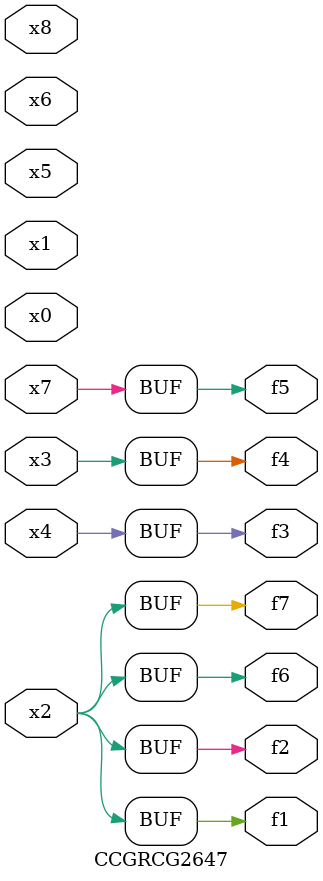
<source format=v>
module CCGRCG2647(
	input x0, x1, x2, x3, x4, x5, x6, x7, x8,
	output f1, f2, f3, f4, f5, f6, f7
);
	assign f1 = x2;
	assign f2 = x2;
	assign f3 = x4;
	assign f4 = x3;
	assign f5 = x7;
	assign f6 = x2;
	assign f7 = x2;
endmodule

</source>
